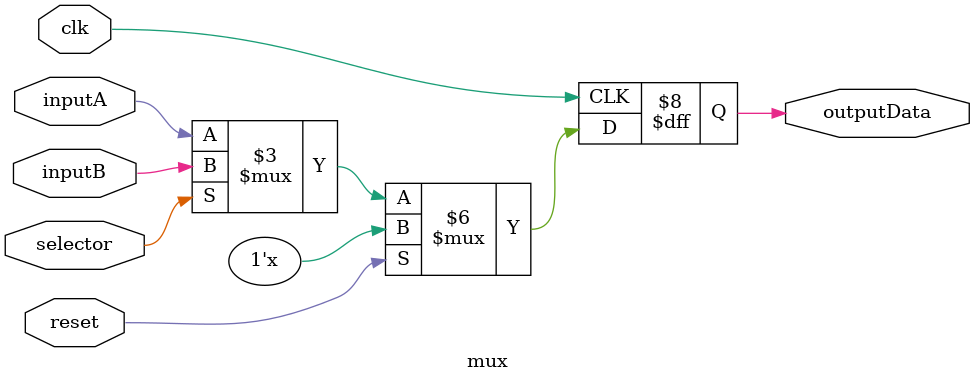
<source format=v>
`timescale 1ns / 1ps

module mux(
    input clk, 
    input reset,
    
    input inputA,
    input inputB,
    input selector,
    output reg outputData
    );
    
    always @(posedge clk)
    //Select data in Mux
    //Output
        //outputData
    begin
        if(reset)
        begin
            outputData <= 32'hXXXXXXXX;
        end
        else
        begin
            if (selector)
            begin
                outputData <= inputB;
            end
            else
            begin
                outputData <= inputA;
            end
        end
    end
    
    
endmodule

</source>
